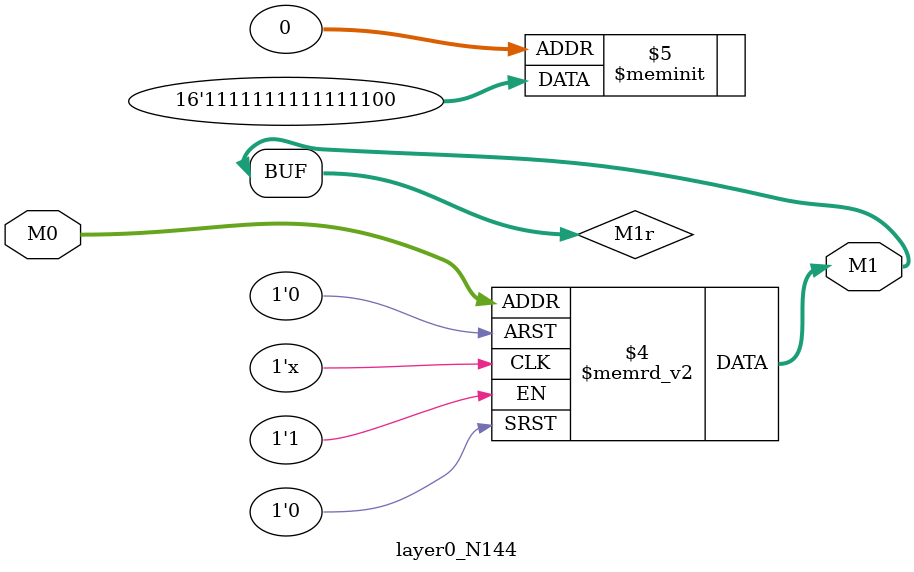
<source format=v>
module layer0_N144 ( input [2:0] M0, output [1:0] M1 );

	(*rom_style = "distributed" *) reg [1:0] M1r;
	assign M1 = M1r;
	always @ (M0) begin
		case (M0)
			3'b000: M1r = 2'b00;
			3'b100: M1r = 2'b11;
			3'b010: M1r = 2'b11;
			3'b110: M1r = 2'b11;
			3'b001: M1r = 2'b11;
			3'b101: M1r = 2'b11;
			3'b011: M1r = 2'b11;
			3'b111: M1r = 2'b11;

		endcase
	end
endmodule

</source>
